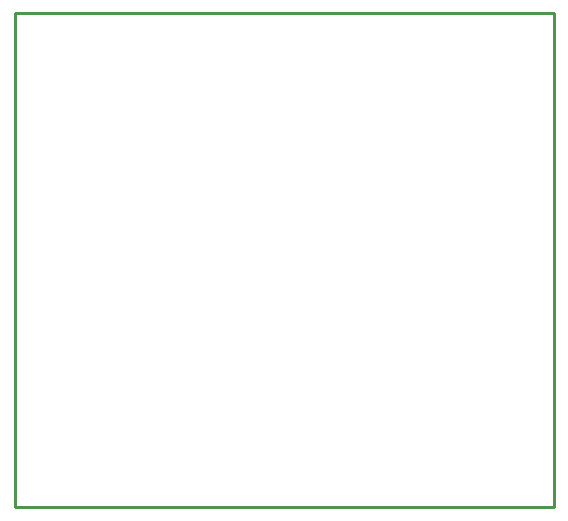
<source format=gko>
G04*
G04 #@! TF.GenerationSoftware,Altium Limited,Altium Designer,20.0.13 (296)*
G04*
G04 Layer_Color=16711935*
%FSLAX44Y44*%
%MOMM*%
G71*
G01*
G75*
%ADD43C,0.2540*%
D43*
X405130Y867608D02*
X861060D01*
X405130Y449580D02*
Y867608D01*
Y449580D02*
X861060D01*
Y867608D01*
M02*

</source>
